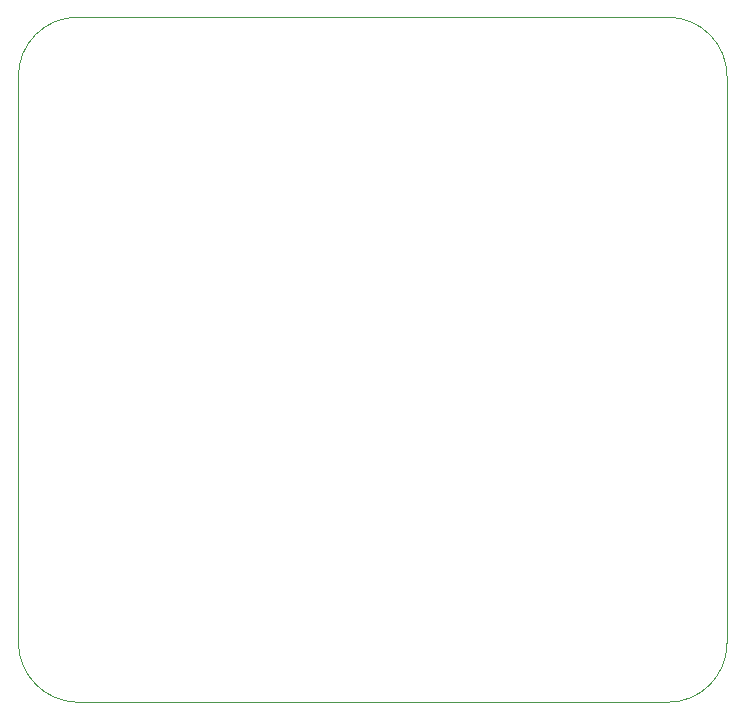
<source format=gbr>
%TF.GenerationSoftware,KiCad,Pcbnew,8.0.0-8.0.0-1~ubuntu22.04.1*%
%TF.CreationDate,2024-03-31T18:51:45+02:00*%
%TF.ProjectId,ProjetCorps,50726f6a-6574-4436-9f72-70732e6b6963,rev?*%
%TF.SameCoordinates,Original*%
%TF.FileFunction,Profile,NP*%
%FSLAX46Y46*%
G04 Gerber Fmt 4.6, Leading zero omitted, Abs format (unit mm)*
G04 Created by KiCad (PCBNEW 8.0.0-8.0.0-1~ubuntu22.04.1) date 2024-03-31 18:51:45*
%MOMM*%
%LPD*%
G01*
G04 APERTURE LIST*
%TA.AperFunction,Profile*%
%ADD10C,0.100000*%
%TD*%
G04 APERTURE END LIST*
D10*
X165000000Y-50000000D02*
X165000000Y-98000000D01*
X110000000Y-103000000D02*
G75*
G02*
X105000000Y-98000000I94100J5094100D01*
G01*
X165000000Y-98000000D02*
G75*
G02*
X160000000Y-103000000I-5000000J0D01*
G01*
X160000000Y-45000000D02*
X110000000Y-45000000D01*
X105000000Y-50000000D02*
X105000000Y-98000000D01*
X160000000Y-45000000D02*
G75*
G02*
X165000000Y-50000000I0J-5000000D01*
G01*
X110000000Y-103000000D02*
X160000000Y-103000000D01*
X105000000Y-50000000D02*
G75*
G02*
X110000000Y-45000000I5000000J0D01*
G01*
M02*

</source>
